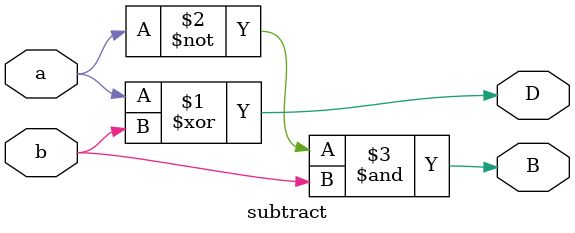
<source format=v>
module subtract(input a,b,output D,B);
assign D = a^b;
assign B =(~a)&b;
endmodule

</source>
